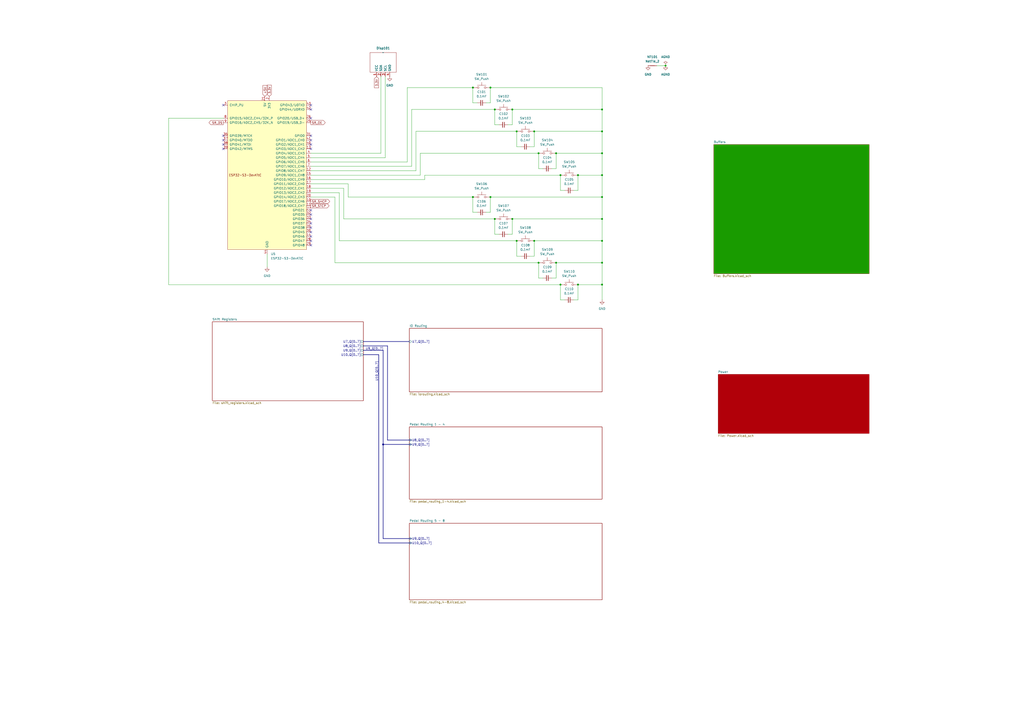
<source format=kicad_sch>
(kicad_sch (version 20250114) (generator "eeschema") (generator_version "9.0")
  (paper "A2")
  (lib_symbols
    (symbol "Bay:OLED"
      (property "Reference" "Dis" (at 0 7.112 0))
      (symbol "OLED_0_1"
        (rectangle (start -7.62 5.08) (end 7.62 -6.35))
      )
      (symbol "OLED_1_1"
        (pin power_in line (at -3.81 -8.89 90) (length 2.54) (name "VCC") (number "1"))
        (pin bidirectional line (at -1.27 -8.89 90) (length 2.54) (name "SDA") (number "2"))
        (pin bidirectional line (at 1.27 -8.89 90) (length 2.54) (name "SCL") (number "3"))
        (pin power_in line (at 3.81 -8.89 90) (length 2.54) (name "GND") (number "4"))
      )
    )
    (symbol "Device:C_Small" (pin_numbers (hide yes)) (pin_names (offset 0.254) (hide yes))
      (property "Reference" "C" (at 0.254 1.778 0))
      (property "Value" "C_Small" (at 0.254 -2.032 0))
      (symbol "C_Small_0_1"
        (polyline (pts (xy -1.524 0.508) (xy 1.524 0.508)) (stroke (width 0.3048)))
        (polyline (pts (xy -1.524 -0.508) (xy 1.524 -0.508)) (stroke (width 0.3302)))
      )
      (symbol "C_Small_1_1"
        (pin passive line (at 0 2.54 270) (length 2.032) (name "~") (number "1"))
        (pin passive line (at 0 -2.54 90) (length 2.032) (name "~") (number "2"))
      )
    )
    (symbol "Device:NetTie_2" (pin_numbers (hide yes)) (pin_names (offset 0) (hide yes)) (in_bom no)
      (property "Reference" "NT" (at 0 1.27 0))
      (property "Value" "NetTie_2" (at 0 -1.27 0))
      (symbol "NetTie_2_0_1"
        (polyline (pts (xy -1.27 0) (xy 1.27 0)) (stroke (width 0.254)))
      )
      (symbol "NetTie_2_1_1"
        (pin passive line (at -2.54 0 0) (length 2.54) (name "1") (number "1"))
        (pin passive line (at 2.54 0 180) (length 2.54) (name "2") (number "2"))
      )
    )
    (symbol "Espressif:ESP32-S3-DevKitC" (pin_names (offset 1.016))
      (property "Reference" "U" (at -22.86 48.26 0))
      (property "Value" "ESP32-S3-DevKitC" (at -22.86 45.72 0))
      (symbol "ESP32-S3-DevKitC_0_0"
        (text "ESP32-S3-DevKitC" (at -12.7 0 0) (effects (font (size 1.27 1.27))))
        (pin bidirectional line (at -25.4 15.24 0) (length 2.54) (name "GPIO42/MTMS") (number "39"))
        (pin power_in line (at 0 -45.72 90) (length 2.54) (name "GND") (number "44"))
        (pin bidirectional line (at 25.4 40.64 180) (length 2.54) (name "GPIO43/U0TXD") (number "43"))
        (pin bidirectional line (at 25.4 38.1 180) (length 2.54) (name "GPIO44/U0RXD") (number "42"))
        (pin bidirectional line (at 25.4 20.32 180) (length 2.54) (name "GPIO1/ADC1_CH0") (number "41"))
        (pin bidirectional line (at 25.4 17.78 180) (length 2.54) (name "GPIO2/ADC1_CH1") (number "40"))
        (pin bidirectional line (at 25.4 -10.16 180) (length 2.54) (name "GPIO13/ADC2_CH2") (number "19"))
        (pin bidirectional line (at 25.4 -35.56 180) (length 2.54) (name "GPIO46") (number "14"))
      )
      (symbol "ESP32-S3-DevKitC_0_1"
        (rectangle (start -22.86 43.18) (end 22.86 -43.18) (fill (type background)))
        (pin power_in line (at 1.27 45.72 270) (length 2.54) (name "3V3") (number "2"))
      )
      (symbol "ESP32-S3-DevKitC_1_1"
        (pin input line (at -25.4 40.64 0) (length 2.54) (name "CHIP_PU") (number "3"))
        (pin bidirectional line (at -25.4 33.02 0) (length 2.54) (name "GPIO15/ADC2_CH4/32K_P") (number "8"))
        (pin bidirectional line (at -25.4 30.48 0) (length 2.54) (name "GPIO16/ADC2_CH5/32K_N") (number "9"))
        (pin bidirectional line (at -25.4 22.86 0) (length 2.54) (name "GPIO39/MTCK") (number "36"))
        (pin bidirectional line (at -25.4 20.32 0) (length 2.54) (name "GPIO40/MTDO") (number "37"))
        (pin bidirectional line (at -25.4 17.78 0) (length 2.54) (name "GPIO41/MTDI") (number "38"))
        (pin power_in line (at -1.27 45.72 270) (length 2.54) (name "5V") (number "21"))
        (pin passive line (at 0 -45.72 90) (length 2.54) (hide yes) (name "GND") (number "22"))
        (pin passive line (at 0 -45.72 90) (length 2.54) (hide yes) (name "GND") (number "23"))
        (pin passive line (at 0 -45.72 90) (length 2.54) (hide yes) (name "GND") (number "24"))
        (pin passive line (at 1.27 45.72 270) (length 2.54) (hide yes) (name "3V3") (number "1"))
        (pin bidirectional line (at 25.4 33.02 180) (length 2.54) (name "GPIO20/USB_D+") (number "26"))
        (pin bidirectional line (at 25.4 30.48 180) (length 2.54) (name "GPIO19/USB_D-") (number "25"))
        (pin bidirectional line (at 25.4 22.86 180) (length 2.54) (name "GPIO0") (number "31"))
        (pin bidirectional line (at 25.4 15.24 180) (length 2.54) (name "GPIO3/ADC1_CH2") (number "13"))
        (pin bidirectional line (at 25.4 12.7 180) (length 2.54) (name "GPIO4/ADC1_CH3") (number "4"))
        (pin bidirectional line (at 25.4 10.16 180) (length 2.54) (name "GPIO5/ADC1_CH4") (number "5"))
        (pin bidirectional line (at 25.4 7.62 180) (length 2.54) (name "GPIO6/ADC1_CH5") (number "6"))
        (pin bidirectional line (at 25.4 5.08 180) (length 2.54) (name "GPIO7/ADC1_CH6") (number "7"))
        (pin bidirectional line (at 25.4 2.54 180) (length 2.54) (name "GPIO8/ADC1_CH7") (number "12"))
        (pin bidirectional line (at 25.4 0 180) (length 2.54) (name "GPIO9/ADC1_CH8") (number "15"))
        (pin bidirectional line (at 25.4 -2.54 180) (length 2.54) (name "GPIO10/ADC1_CH9") (number "16"))
        (pin bidirectional line (at 25.4 -5.08 180) (length 2.54) (name "GPIO11/ADC2_CH0") (number "17"))
        (pin bidirectional line (at 25.4 -7.62 180) (length 2.54) (name "GPIO12/ADC2_CH1") (number "18"))
        (pin bidirectional line (at 25.4 -12.7 180) (length 2.54) (name "GPIO14/ADC2_CH3") (number "20"))
        (pin bidirectional line (at 25.4 -15.24 180) (length 2.54) (name "GPIO17/ADC2_CH6") (number "10"))
        (pin bidirectional line (at 25.4 -17.78 180) (length 2.54) (name "GPIO18/ADC2_CH7") (number "11"))
        (pin bidirectional line (at 25.4 -20.32 180) (length 2.54) (name "GPIO21") (number "27"))
        (pin bidirectional line (at 25.4 -22.86 180) (length 2.54) (name "GPIO35") (number "32"))
        (pin bidirectional line (at 25.4 -25.4 180) (length 2.54) (name "GPIO36") (number "33"))
        (pin bidirectional line (at 25.4 -27.94 180) (length 2.54) (name "GPIO37") (number "34"))
        (pin bidirectional line (at 25.4 -30.48 180) (length 2.54) (name "GPIO38") (number "35"))
        (pin bidirectional line (at 25.4 -33.02 180) (length 2.54) (name "GPIO45") (number "30"))
        (pin bidirectional line (at 25.4 -38.1 180) (length 2.54) (name "GPIO47") (number "28"))
        (pin bidirectional line (at 25.4 -40.64 180) (length 2.54) (name "GPIO48") (number "29"))
      )
    )
    (symbol "Switch:SW_Push" (pin_numbers (hide yes)) (pin_names (offset 1.016) (hide yes))
      (property "Reference" "SW" (at 1.27 2.54 0))
      (property "Value" "SW_Push" (at 0 -1.524 0))
      (symbol "SW_Push_0_1"
        (circle (center -2.032 0) (radius 0.508))
        (polyline (pts (xy 0 1.27) (xy 0 3.048)))
        (circle (center 2.032 0) (radius 0.508))
        (polyline (pts (xy 2.54 1.27) (xy -2.54 1.27)))
        (pin passive line (at -5.08 0 0) (length 2.54) (name "1") (number "1"))
        (pin passive line (at 5.08 0 180) (length 2.54) (name "2") (number "2"))
      )
    )
    (symbol "power:GND" (power) (pin_numbers (hide yes)) (pin_names (offset 0) (hide yes))
      (property "Value" "GND" (at 0 -3.81 0))
      (symbol "GND_0_1"
        (polyline (pts (xy 0 0) (xy 0 -1.27) (xy 1.27 -1.27) (xy 0 -2.54) (xy -1.27 -1.27) (xy 0 -1.27)))
      )
      (symbol "GND_1_1"
        (pin power_in line (at 0 0 270) (length 0) (name "~") (number "1"))
      )
    )
    (symbol "power:PWR_FLAG" (power) (pin_numbers (hide yes)) (pin_names (offset 0) (hide yes))
      (property "Value" "PWR_FLAG" (at 0 3.81 0))
      (symbol "PWR_FLAG_0_0"
        (pin power_out line (at 0 0 90) (length 0) (name "~") (number "1"))
      )
      (symbol "PWR_FLAG_0_1"
        (polyline (pts (xy 0 0) (xy 0 1.27) (xy -1.016 1.905) (xy 0 2.54) (xy 1.016 1.905) (xy 0 1.27)))
      )
    )
  )
  (junction (at 349.25 114.3))
  (junction (at 287.02 127))
  (junction (at 349.25 101.6))
  (junction (at 325.12 101.6))
  (junction (at 299.72 139.7))
  (junction (at 274.32 50.8))
  (junction (at 349.25 127))
  (junction (at 349.25 63.5))
  (junction (at 297.18 127))
  (junction (at 287.02 63.5))
  (junction (at 349.25 165.1))
  (junction (at 335.28 165.1))
  (junction (at 335.28 101.6))
  (junction (at 309.88 76.2))
  (junction (at 309.88 139.7))
  (junction (at 222.25 257.81))
  (junction (at 349.25 152.4))
  (junction (at 274.32 114.3))
  (junction (at 297.18 63.5))
  (junction (at 349.25 88.9))
  (junction (at 299.72 76.2))
  (junction (at 349.25 76.2))
  (junction (at 386.08 38.1))
  (junction (at 284.48 50.8))
  (junction (at 312.42 88.9))
  (junction (at 312.42 152.4))
  (junction (at 349.25 139.7))
  (junction (at 325.12 165.1))
  (junction (at 322.58 88.9))
  (junction (at 322.58 152.4))
  (junction (at 284.48 114.3))
  (no_connect (at 180.34 121.92))
  (no_connect (at 180.34 137.16))
  (no_connect (at 129.54 81.28))
  (no_connect (at 180.34 139.7))
  (no_connect (at 180.34 68.58))
  (no_connect (at 180.34 63.5))
  (no_connect (at 180.34 86.36))
  (no_connect (at 180.34 60.96))
  (no_connect (at 180.34 81.28))
  (no_connect (at 180.34 127))
  (no_connect (at 180.34 132.08))
  (no_connect (at 129.54 78.74))
  (no_connect (at 180.34 124.46))
  (no_connect (at 180.34 78.74))
  (no_connect (at 129.54 83.82))
  (no_connect (at 129.54 60.96))
  (no_connect (at 180.34 129.54))
  (no_connect (at 180.34 142.24))
  (no_connect (at 180.34 134.62))
  (no_connect (at 129.54 86.36))
  (no_connect (at 180.34 83.82))
  (wire (pts (xy 241.3 99.06) (xy 180.34 99.06)))
  (wire (pts (xy 349.25 50.8) (xy 349.25 63.5)))
  (wire (pts (xy 320.04 97.79) (xy 322.58 97.79)))
  (wire (pts (xy 349.25 88.9) (xy 349.25 101.6)))
  (wire (pts (xy 284.48 123.19) (xy 284.48 114.3)))
  (wire (pts (xy 312.42 161.29) (xy 312.42 152.4)))
  (wire (pts (xy 349.25 114.3) (xy 349.25 127)))
  (wire (pts (xy 386.08 38.1) (xy 381 38.1)))
  (wire (pts (xy 325.12 173.99) (xy 325.12 165.1)))
  (wire (pts (xy 287.02 135.89) (xy 287.02 127)))
  (wire (pts (xy 320.04 161.29) (xy 322.58 161.29)))
  (wire (pts (xy 97.79 165.1) (xy 325.12 165.1)))
  (wire (pts (xy 276.86 123.19) (xy 274.32 123.19)))
  (wire (pts (xy 307.34 148.59) (xy 309.88 148.59)))
  (wire (pts (xy 299.72 85.09) (xy 299.72 76.2)))
  (wire (pts (xy 241.3 76.2) (xy 241.3 99.06)))
  (wire (pts (xy 349.25 76.2) (xy 349.25 88.9)))
  (bus (pts (xy 238.76 312.42) (xy 222.25 312.42)))
  (wire (pts (xy 201.93 114.3) (xy 274.32 114.3)))
  (wire (pts (xy 243.84 101.6) (xy 180.34 101.6)))
  (wire (pts (xy 238.76 63.5) (xy 238.76 96.52)))
  (wire (pts (xy 297.18 135.89) (xy 297.18 127)))
  (bus (pts (xy 238.76 255.27) (xy 224.79 255.27)))
  (wire (pts (xy 243.84 88.9) (xy 312.42 88.9)))
  (wire (pts (xy 294.64 72.39) (xy 297.18 72.39)))
  (wire (pts (xy 223.52 44.45) (xy 223.52 91.44)))
  (wire (pts (xy 332.74 110.49) (xy 335.28 110.49)))
  (wire (pts (xy 238.76 63.5) (xy 287.02 63.5)))
  (bus (pts (xy 222.25 312.42) (xy 222.25 257.81)))
  (wire (pts (xy 325.12 101.6) (xy 246.38 101.6)))
  (wire (pts (xy 322.58 88.9) (xy 349.25 88.9)))
  (wire (pts (xy 309.88 139.7) (xy 349.25 139.7)))
  (wire (pts (xy 180.34 106.68) (xy 201.93 106.68)))
  (wire (pts (xy 327.66 110.49) (xy 325.12 110.49)))
  (wire (pts (xy 322.58 161.29) (xy 322.58 152.4)))
  (wire (pts (xy 194.31 114.3) (xy 194.31 152.4)))
  (wire (pts (xy 309.88 85.09) (xy 309.88 76.2)))
  (wire (pts (xy 284.48 50.8) (xy 349.25 50.8)))
  (wire (pts (xy 201.93 106.68) (xy 201.93 114.3)))
  (wire (pts (xy 327.66 173.99) (xy 325.12 173.99)))
  (wire (pts (xy 281.94 123.19) (xy 284.48 123.19)))
  (wire (pts (xy 312.42 97.79) (xy 312.42 88.9)))
  (wire (pts (xy 236.22 50.8) (xy 236.22 93.98)))
  (wire (pts (xy 199.39 127) (xy 287.02 127)))
  (wire (pts (xy 314.96 161.29) (xy 312.42 161.29)))
  (wire (pts (xy 196.85 111.76) (xy 196.85 139.7)))
  (wire (pts (xy 238.76 96.52) (xy 180.34 96.52)))
  (wire (pts (xy 276.86 59.69) (xy 274.32 59.69)))
  (wire (pts (xy 281.94 59.69) (xy 284.48 59.69)))
  (wire (pts (xy 243.84 88.9) (xy 243.84 101.6)))
  (wire (pts (xy 180.34 109.22) (xy 199.39 109.22)))
  (wire (pts (xy 349.25 173.99) (xy 349.25 165.1)))
  (wire (pts (xy 297.18 72.39) (xy 297.18 63.5)))
  (wire (pts (xy 246.38 101.6) (xy 246.38 104.14)))
  (wire (pts (xy 289.56 72.39) (xy 287.02 72.39)))
  (wire (pts (xy 302.26 148.59) (xy 299.72 148.59)))
  (wire (pts (xy 322.58 97.79) (xy 322.58 88.9)))
  (wire (pts (xy 309.88 148.59) (xy 309.88 139.7)))
  (wire (pts (xy 97.79 68.58) (xy 97.79 165.1)))
  (wire (pts (xy 180.34 91.44) (xy 223.52 91.44)))
  (wire (pts (xy 302.26 85.09) (xy 299.72 85.09)))
  (wire (pts (xy 289.56 135.89) (xy 287.02 135.89)))
  (wire (pts (xy 332.74 173.99) (xy 335.28 173.99)))
  (wire (pts (xy 297.18 127) (xy 349.25 127)))
  (wire (pts (xy 180.34 88.9) (xy 220.98 88.9)))
  (bus (pts (xy 222.25 257.81) (xy 238.76 257.81)))
  (wire (pts (xy 129.54 68.58) (xy 97.79 68.58)))
  (wire (pts (xy 297.18 63.5) (xy 349.25 63.5)))
  (wire (pts (xy 325.12 110.49) (xy 325.12 101.6)))
  (wire (pts (xy 284.48 59.69) (xy 284.48 50.8)))
  (bus (pts (xy 210.82 205.74) (xy 219.71 205.74)))
  (wire (pts (xy 335.28 101.6) (xy 349.25 101.6)))
  (bus (pts (xy 219.71 314.96) (xy 238.76 314.96)))
  (wire (pts (xy 180.34 114.3) (xy 194.31 114.3)))
  (bus (pts (xy 210.82 198.12) (xy 237.49 198.12)))
  (wire (pts (xy 236.22 50.8) (xy 274.32 50.8)))
  (wire (pts (xy 236.22 93.98) (xy 180.34 93.98)))
  (bus (pts (xy 222.25 257.81) (xy 222.25 203.2)))
  (wire (pts (xy 199.39 109.22) (xy 199.39 127)))
  (wire (pts (xy 314.96 97.79) (xy 312.42 97.79)))
  (wire (pts (xy 274.32 59.69) (xy 274.32 50.8)))
  (wire (pts (xy 294.64 135.89) (xy 297.18 135.89)))
  (wire (pts (xy 299.72 148.59) (xy 299.72 139.7)))
  (bus (pts (xy 219.71 205.74) (xy 219.71 314.96)))
  (wire (pts (xy 349.25 127) (xy 349.25 139.7)))
  (wire (pts (xy 349.25 139.7) (xy 349.25 152.4)))
  (wire (pts (xy 349.25 101.6) (xy 349.25 114.3)))
  (wire (pts (xy 154.94 154.94) (xy 154.94 147.32)))
  (wire (pts (xy 194.31 152.4) (xy 312.42 152.4)))
  (wire (pts (xy 349.25 152.4) (xy 349.25 165.1)))
  (wire (pts (xy 180.34 111.76) (xy 196.85 111.76)))
  (wire (pts (xy 220.98 44.45) (xy 220.98 88.9)))
  (wire (pts (xy 284.48 114.3) (xy 349.25 114.3)))
  (wire (pts (xy 287.02 72.39) (xy 287.02 63.5)))
  (wire (pts (xy 322.58 152.4) (xy 349.25 152.4)))
  (bus (pts (xy 222.25 203.2) (xy 210.82 203.2)))
  (bus (pts (xy 224.79 255.27) (xy 224.79 200.66)))
  (wire (pts (xy 349.25 63.5) (xy 349.25 76.2)))
  (wire (pts (xy 349.25 165.1) (xy 335.28 165.1)))
  (wire (pts (xy 335.28 173.99) (xy 335.28 165.1)))
  (wire (pts (xy 274.32 123.19) (xy 274.32 114.3)))
  (bus (pts (xy 224.79 200.66) (xy 210.82 200.66)))
  (wire (pts (xy 241.3 76.2) (xy 299.72 76.2)))
  (wire (pts (xy 196.85 139.7) (xy 299.72 139.7)))
  (wire (pts (xy 309.88 76.2) (xy 349.25 76.2)))
  (wire (pts (xy 307.34 85.09) (xy 309.88 85.09)))
  (wire (pts (xy 335.28 110.49) (xy 335.28 101.6)))
  (wire (pts (xy 246.38 104.14) (xy 180.34 104.14)))
  (label "U10_Q[0..7]" (at 219.71 220.98 90))
  (label "U9_Q[0..7]" (at 212.09 203.2 0))
  (global_label "3.3V" (shape input) (at 218.44 44.45 270) (property "Intersheetrefs" "${INTERSHEET_REFS}" (effects (hide yes))))
  (global_label "3.3V" (shape input) (at 156.21 55.88 90) (property "Intersheetrefs" "${INTERSHEET_REFS}" (effects (hide yes))))
  (global_label "SR_DS" (shape output) (at 129.54 71.12 180) (property "Intersheetrefs" "${INTERSHEET_REFS}" (effects (hide yes))))
  (global_label "+5V" (shape input) (at 153.67 55.88 90) (property "Intersheetrefs" "${INTERSHEET_REFS}" (effects (hide yes))))
  (global_label "SR_STCP" (shape output) (at 180.34 119.38 0) (property "Intersheetrefs" "${INTERSHEET_REFS}" (effects (hide yes))))
  (global_label "SR_OE" (shape output) (at 180.34 71.12 0) (property "Intersheetrefs" "${INTERSHEET_REFS}" (effects (hide yes))))
  (global_label "SR_SHCP" (shape output) (at 180.34 116.84 0) (property "Intersheetrefs" "${INTERSHEET_REFS}" (effects (hide yes))))
  (symbol (lib_id "Switch:SW_Push") (at 304.8 76.2 0) (unit 1)
    (property "Reference" "SW103" (at 304.8 68.58 0))
    (property "Value" "SW_Push" (at 304.8 71.12 0))
    (property "Footprint" "Connector_Wire:SolderWire-0.1sqmm_1x02_P3.6mm_D0.4mm_OD1mm" (effects (hide yes)))
    (property "Description" "Push button switch, generic, two pins" (effects (hide yes)))
  )
  (symbol (lib_id "Device:C_Small") (at 330.2 110.49 270) (unit 1)
    (property "Reference" "C105" (at 330.1936 104.14 90))
    (property "Value" "0.1mF" (at 330.1936 106.68 90))
    (property "Footprint" "Capacitor_THT:C_Axial_L3.8mm_D2.6mm_P7.50mm_Horizontal" (effects (hide yes)))
    (property "Description" "Unpolarized capacitor, small symbol" (effects (hide yes)))
  )
  (symbol (lib_id "Device:C_Small") (at 292.1 135.89 270) (unit 1)
    (property "Reference" "C107" (at 292.0936 129.54 90))
    (property "Value" "0.1mF" (at 292.0936 132.08 90))
    (property "Footprint" "Capacitor_THT:C_Axial_L3.8mm_D2.6mm_P7.50mm_Horizontal" (effects (hide yes)))
    (property "Description" "Unpolarized capacitor, small symbol" (effects (hide yes)))
  )
  (symbol (lib_id "Bay:OLED") (at 222.25 35.56 0) (unit 1)
    (property "Reference" "Disp101" (at 222.25 27.94 0))
    (property "Value" "~" (at 222.25 30.48 0))
    (property "Footprint" "Connector_Wire:SolderWire-1.5sqmm_1x04_P6mm_D1.7mm_OD3mm" (effects (hide yes)))
  )
  (symbol (lib_id "power:GND") (at 226.06 44.45 0) (unit 1)
    (property "Reference" "#PWR0103" (effects (hide yes)))
    (property "Value" "GND" (at 226.06 49.53 0))
    (property "Description" "Power symbol creates a global label with name \"GND\" , ground" (effects (hide yes)))
  )
  (symbol (lib_id "Switch:SW_Push") (at 279.4 114.3 0) (unit 1)
    (property "Reference" "SW106" (at 279.4 106.68 0))
    (property "Value" "SW_Push" (at 279.4 109.22 0))
    (property "Footprint" "Connector_Wire:SolderWire-0.1sqmm_1x02_P3.6mm_D0.4mm_OD1mm" (effects (hide yes)))
    (property "Description" "Push button switch, generic, two pins" (effects (hide yes)))
  )
  (symbol (lib_id "Switch:SW_Push") (at 330.2 101.6 0) (unit 1)
    (property "Reference" "SW105" (at 330.2 93.98 0))
    (property "Value" "SW_Push" (at 330.2 96.52 0))
    (property "Footprint" "Connector_Wire:SolderWire-0.1sqmm_1x02_P3.6mm_D0.4mm_OD1mm" (effects (hide yes)))
    (property "Description" "Push button switch, generic, two pins" (effects (hide yes)))
  )
  (symbol (lib_id "Device:C_Small") (at 279.4 123.19 270) (unit 1)
    (property "Reference" "C106" (at 279.3936 116.84 90))
    (property "Value" "0.1mF" (at 279.3936 119.38 90))
    (property "Footprint" "Capacitor_THT:C_Axial_L3.8mm_D2.6mm_P7.50mm_Horizontal" (effects (hide yes)))
    (property "Description" "Unpolarized capacitor, small symbol" (effects (hide yes)))
  )
  (symbol (lib_id "Switch:SW_Push") (at 317.5 152.4 0) (unit 1)
    (property "Reference" "SW109" (at 317.5 144.78 0))
    (property "Value" "SW_Push" (at 317.5 147.32 0))
    (property "Footprint" "Connector_Wire:SolderWire-0.1sqmm_1x02_P3.6mm_D0.4mm_OD1mm" (effects (hide yes)))
    (property "Description" "Push button switch, generic, two pins" (effects (hide yes)))
  )
  (symbol (lib_id "Device:C_Small") (at 304.8 85.09 270) (unit 1)
    (property "Reference" "C103" (at 304.7936 78.74 90))
    (property "Value" "0.1mF" (at 304.7936 81.28 90))
    (property "Footprint" "Capacitor_THT:C_Axial_L3.8mm_D2.6mm_P7.50mm_Horizontal" (effects (hide yes)))
    (property "Description" "Unpolarized capacitor, small symbol" (effects (hide yes)))
  )
  (symbol (lib_id "power:GND") (at 349.25 173.99 0) (unit 1)
    (property "Reference" "#PWR0105" (effects (hide yes)))
    (property "Value" "GND" (at 349.25 179.07 0))
    (property "Description" "Power symbol creates a global label with name \"GND\" , ground" (effects (hide yes)))
  )
  (symbol (lib_id "Switch:SW_Push") (at 292.1 63.5 0) (unit 1)
    (property "Reference" "SW102" (at 292.1 55.88 0))
    (property "Value" "SW_Push" (at 292.1 58.42 0))
    (property "Footprint" "Connector_Wire:SolderWire-0.1sqmm_1x02_P3.6mm_D0.4mm_OD1mm" (effects (hide yes)))
    (property "Description" "Push button switch, generic, two pins" (effects (hide yes)))
  )
  (symbol (lib_id "Switch:SW_Push") (at 304.8 139.7 0) (unit 1)
    (property "Reference" "SW108" (at 304.8 132.08 0))
    (property "Value" "SW_Push" (at 304.8 134.62 0))
    (property "Footprint" "Connector_Wire:SolderWire-0.1sqmm_1x02_P3.6mm_D0.4mm_OD1mm" (effects (hide yes)))
    (property "Description" "Push button switch, generic, two pins" (effects (hide yes)))
  )
  (symbol (lib_id "power:GND") (at 375.92 38.1 0) (unit 1)
    (property "Reference" "#PWR0101" (effects (hide yes)))
    (property "Value" "GND" (at 375.92 43.18 0))
    (property "Description" "Power symbol creates a global label with name \"GND\" , ground" (effects (hide yes)))
  )
  (symbol (lib_id "Switch:SW_Push") (at 330.2 165.1 0) (unit 1)
    (property "Reference" "SW110" (at 330.2 157.48 0))
    (property "Value" "SW_Push" (at 330.2 160.02 0))
    (property "Footprint" "Connector_Wire:SolderWire-0.1sqmm_1x02_P3.6mm_D0.4mm_OD1mm" (effects (hide yes)))
    (property "Description" "Push button switch, generic, two pins" (effects (hide yes)))
  )
  (symbol (lib_id "Device:C_Small") (at 317.5 161.29 270) (unit 1)
    (property "Reference" "C109" (at 317.4936 154.94 90))
    (property "Value" "0.1mF" (at 317.4936 157.48 90))
    (property "Footprint" "Capacitor_THT:C_Axial_L3.8mm_D2.6mm_P7.50mm_Horizontal" (effects (hide yes)))
    (property "Description" "Unpolarized capacitor, small symbol" (effects (hide yes)))
  )
  (symbol (lib_id "Device:NetTie_2") (at 378.46 38.1 0) (unit 1) (in_bom no)
    (property "Reference" "NT101" (at 378.46 33.02 0))
    (property "Value" "NetTie_2" (at 378.46 35.56 0))
    (property "Footprint" "NetTie:NetTie-2_THT_Pad1.0mm" (effects (hide yes)))
    (property "Description" "Net tie, 2 pins" (effects (hide yes)))
  )
  (symbol (lib_id "Device:C_Small") (at 304.8 148.59 270) (unit 1)
    (property "Reference" "C108" (at 304.7936 142.24 90))
    (property "Value" "0.1mF" (at 304.7936 144.78 90))
    (property "Footprint" "Capacitor_THT:C_Axial_L3.8mm_D2.6mm_P7.50mm_Horizontal" (effects (hide yes)))
    (property "Description" "Unpolarized capacitor, small symbol" (effects (hide yes)))
  )
  (symbol (lib_id "Switch:SW_Push") (at 317.5 88.9 0) (unit 1)
    (property "Reference" "SW104" (at 317.5 81.28 0))
    (property "Value" "SW_Push" (at 317.5 83.82 0))
    (property "Footprint" "Connector_Wire:SolderWire-0.1sqmm_1x02_P3.6mm_D0.4mm_OD1mm" (effects (hide yes)))
    (property "Description" "Push button switch, generic, two pins" (effects (hide yes)))
  )
  (symbol (lib_id "Device:C_Small") (at 330.2 173.99 270) (unit 1)
    (property "Reference" "C110" (at 330.1936 167.64 90))
    (property "Value" "0.1mF" (at 330.1936 170.18 90))
    (property "Footprint" "Capacitor_THT:C_Axial_L3.8mm_D2.6mm_P7.50mm_Horizontal" (effects (hide yes)))
    (property "Description" "Unpolarized capacitor, small symbol" (effects (hide yes)))
  )
  (symbol (lib_id "Espressif:ESP32-S3-DevKitC") (at 154.94 101.6 0) (unit 1)
    (property "Reference" "U5" (at 157.0833 147.32 0) (effects (justify left)))
    (property "Value" "ESP32-S3-DevKitC" (at 157.0833 149.86 0) (effects (justify left)))
    (property "Footprint" "ESP:ESP32-S3-DevKitC" (effects (hide yes)))
    (property "Description" "ESP32-S3-DevKitC" (effects (hide yes)))
  )
  (symbol (lib_id "Switch:SW_Push") (at 279.4 50.8 0) (unit 1)
    (property "Reference" "SW101" (at 279.4 43.18 0))
    (property "Value" "SW_Push" (at 279.4 45.72 0))
    (property "Footprint" "Connector_Wire:SolderWire-0.1sqmm_1x02_P3.6mm_D0.4mm_OD1mm" (effects (hide yes)))
    (property "Description" "Push button switch, generic, two pins" (effects (hide yes)))
  )
  (symbol (lib_id "Device:C_Small") (at 317.5 97.79 270) (unit 1)
    (property "Reference" "C104" (at 317.4936 91.44 90))
    (property "Value" "0.1mF" (at 317.4936 93.98 90))
    (property "Footprint" "Capacitor_THT:C_Axial_L3.8mm_D2.6mm_P7.50mm_Horizontal" (effects (hide yes)))
    (property "Description" "Unpolarized capacitor, small symbol" (effects (hide yes)))
  )
  (symbol (lib_id "power:GND") (at 386.08 38.1 0) (unit 1)
    (property "Reference" "#PWR0102" (effects (hide yes)))
    (property "Value" "AGND" (at 386.08 43.18 0))
    (property "Description" "Power symbol creates a global label with name \"GND\" , ground" (effects (hide yes)))
  )
  (symbol (lib_id "Device:C_Small") (at 279.4 59.69 270) (unit 1)
    (property "Reference" "C101" (at 279.3936 53.34 90))
    (property "Value" "0.1mF" (at 279.3936 55.88 90))
    (property "Footprint" "Capacitor_THT:C_Axial_L3.8mm_D2.6mm_P7.50mm_Horizontal" (effects (hide yes)))
    (property "Description" "Unpolarized capacitor, small symbol" (effects (hide yes)))
  )
  (symbol (lib_id "Device:C_Small") (at 292.1 72.39 270) (unit 1)
    (property "Reference" "C102" (at 292.0936 66.04 90))
    (property "Value" "0.1mF" (at 292.0936 68.58 90))
    (property "Footprint" "Capacitor_THT:C_Axial_L3.8mm_D2.6mm_P7.50mm_Horizontal" (effects (hide yes)))
    (property "Description" "Unpolarized capacitor, small symbol" (effects (hide yes)))
  )
  (symbol (lib_id "Switch:SW_Push") (at 292.1 127 0) (unit 1)
    (property "Reference" "SW107" (at 292.1 119.38 0))
    (property "Value" "SW_Push" (at 292.1 121.92 0))
    (property "Footprint" "Connector_Wire:SolderWire-0.1sqmm_1x02_P3.6mm_D0.4mm_OD1mm" (effects (hide yes)))
    (property "Description" "Push button switch, generic, two pins" (effects (hide yes)))
  )
  (symbol (lib_id "power:PWR_FLAG") (at 386.08 38.1 0) (unit 1)
    (property "Reference" "#FLG0101" (effects (hide yes)))
    (property "Value" "AGND" (at 386.08 33.02 0))
    (property "Description" "Special symbol for telling ERC where power comes from" (effects (hide yes)))
  )
  (symbol (lib_id "power:GND") (at 154.94 154.94 0) (unit 1)
    (property "Reference" "#PWR0104" (effects (hide yes)))
    (property "Value" "GND" (at 154.94 160.02 0))
    (property "Description" "Power symbol creates a global label with name \"GND\" , ground" (effects (hide yes)))
  )
  (sheet (at 123.19 186.69) (size 87.63 45.72) (stroke (width 0.1524))
    (property "Sheetname" "Shift Registers" (at 123.19 185.9784 0) (effects (justify left bottom)))
    (property "Sheetfile" "shift_registers.kicad_sch" (at 123.19 232.9946 0) (effects (justify left top)))
    (pin "U7_Q[0..7]" output (at 210.82 198.12 0))
    (pin "U8_Q[0..7]" output (at 210.82 200.66 0))
    (pin "U9_Q[0..7]" output (at 210.82 203.2 0))
    (pin "U10_Q[0..7]" output (at 210.82 205.74 0))
  )
  (sheet (at 416.56 217.17) (size 87.63 34.29) (stroke (width 0.1524)) (fill (color 177 0 9 1.0000))
    (property "Sheetname" "Power" (at 416.56 216.4584 0) (effects (justify left bottom)))
    (property "Sheetfile" "Power.kicad_sch" (at 416.56 252.0446 0) (effects (justify left top)))
  )
  (sheet (at 414.02 83.82) (size 90.17 74.93) (stroke (width 0.1524)) (fill (color 25 155 0 1.0000))
    (property "Sheetname" "Buffers" (at 414.02 83.1084 0) (effects (justify left bottom)))
    (property "Sheetfile" "Buffers.kicad_sch" (at 414.02 159.3346 0) (effects (justify left top)))
  )
  (sheet (at 237.49 303.53) (size 111.76 44.45) (stroke (width 0.1524))
    (property "Sheetname" "Pedal Routing 5 - 8" (at 237.49 302.8184 0) (effects (justify left bottom)))
    (property "Sheetfile" "pedal_routing_4-8.kicad_sch" (at 237.49 348.5646 0) (effects (justify left top)))
    (pin "U9_Q[0..7]" input (at 237.49 312.42 180))
    (pin "U10_Q[0..7]" input (at 237.49 314.96 180))
  )
  (sheet (at 237.49 247.65) (size 111.76 41.91) (stroke (width 0.1524))
    (property "Sheetname" "Pedal Routing 1 - 4" (at 237.49 246.9384 0) (effects (justify left bottom)))
    (property "Sheetfile" "pedal_routing_1-4.kicad_sch" (at 237.49 290.1446 0) (effects (justify left top)))
    (pin "U8_Q[0..7]" input (at 237.49 255.27 180))
    (pin "U9_Q[0..7]" input (at 237.49 257.81 180))
  )
  (sheet (at 237.49 190.5) (size 111.76 36.83) (stroke (width 0.1524))
    (property "Sheetname" "IO Routing" (at 237.49 189.7884 0) (effects (justify left bottom)))
    (property "Sheetfile" "iorouting.kicad_sch" (at 237.49 227.9146 0) (effects (justify left top)))
    (pin "U7_Q[0..7]" input (at 237.49 198.12 180))
  )
)
</source>
